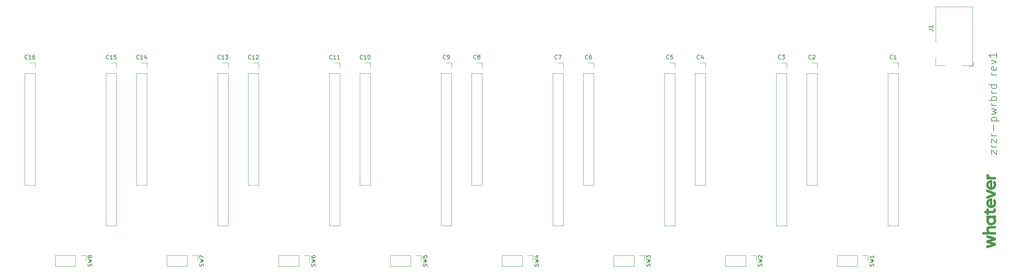
<source format=gto>
G04 #@! TF.GenerationSoftware,KiCad,Pcbnew,(5.1.6-0-10_14)*
G04 #@! TF.CreationDate,2020-09-10T16:37:37+09:00*
G04 #@! TF.ProjectId,zrzr,7a727a72-2e6b-4696-9361-645f70636258,rev?*
G04 #@! TF.SameCoordinates,PX1ab3f00PY7fcad80*
G04 #@! TF.FileFunction,Legend,Top*
G04 #@! TF.FilePolarity,Positive*
%FSLAX46Y46*%
G04 Gerber Fmt 4.6, Leading zero omitted, Abs format (unit mm)*
G04 Created by KiCad (PCBNEW (5.1.6-0-10_14)) date 2020-09-10 16:37:37*
%MOMM*%
%LPD*%
G01*
G04 APERTURE LIST*
%ADD10C,0.150000*%
%ADD11C,0.120000*%
%ADD12C,0.010000*%
%ADD13R,4.200000X3.700000*%
%ADD14C,2.200000*%
%ADD15C,3.400000*%
G04 APERTURE END LIST*
D10*
X250571428Y36238096D02*
X250571428Y37285715D01*
X251904761Y36238096D01*
X251904761Y37285715D01*
X251904761Y38047620D02*
X250571428Y38047620D01*
X250952380Y38047620D02*
X250761904Y38142858D01*
X250666666Y38238096D01*
X250571428Y38428572D01*
X250571428Y38619048D01*
X250571428Y39095239D02*
X250571428Y40142858D01*
X251904761Y39095239D01*
X251904761Y40142858D01*
X251904761Y40904762D02*
X250571428Y40904762D01*
X250952380Y40904762D02*
X250761904Y41000000D01*
X250666666Y41095239D01*
X250571428Y41285715D01*
X250571428Y41476191D01*
X251142857Y42142858D02*
X251142857Y43666667D01*
X250571428Y44619048D02*
X252571428Y44619048D01*
X250666666Y44619048D02*
X250571428Y44809524D01*
X250571428Y45190477D01*
X250666666Y45380953D01*
X250761904Y45476191D01*
X250952380Y45571429D01*
X251523809Y45571429D01*
X251714285Y45476191D01*
X251809523Y45380953D01*
X251904761Y45190477D01*
X251904761Y44809524D01*
X251809523Y44619048D01*
X250571428Y46238096D02*
X251904761Y46619048D01*
X250952380Y47000000D01*
X251904761Y47380953D01*
X250571428Y47761905D01*
X251904761Y48523810D02*
X250571428Y48523810D01*
X250952380Y48523810D02*
X250761904Y48619048D01*
X250666666Y48714286D01*
X250571428Y48904762D01*
X250571428Y49095239D01*
X251904761Y49761905D02*
X249904761Y49761905D01*
X250666666Y49761905D02*
X250571428Y49952381D01*
X250571428Y50333334D01*
X250666666Y50523810D01*
X250761904Y50619048D01*
X250952380Y50714286D01*
X251523809Y50714286D01*
X251714285Y50619048D01*
X251809523Y50523810D01*
X251904761Y50333334D01*
X251904761Y49952381D01*
X251809523Y49761905D01*
X251904761Y51571429D02*
X250571428Y51571429D01*
X250952380Y51571429D02*
X250761904Y51666667D01*
X250666666Y51761905D01*
X250571428Y51952381D01*
X250571428Y52142858D01*
X251904761Y53666667D02*
X249904761Y53666667D01*
X251809523Y53666667D02*
X251904761Y53476191D01*
X251904761Y53095239D01*
X251809523Y52904762D01*
X251714285Y52809524D01*
X251523809Y52714286D01*
X250952380Y52714286D01*
X250761904Y52809524D01*
X250666666Y52904762D01*
X250571428Y53095239D01*
X250571428Y53476191D01*
X250666666Y53666667D01*
X251904761Y56142858D02*
X250571428Y56142858D01*
X250952380Y56142858D02*
X250761904Y56238096D01*
X250666666Y56333334D01*
X250571428Y56523810D01*
X250571428Y56714286D01*
X251809523Y58142858D02*
X251904761Y57952381D01*
X251904761Y57571429D01*
X251809523Y57380953D01*
X251619047Y57285715D01*
X250857142Y57285715D01*
X250666666Y57380953D01*
X250571428Y57571429D01*
X250571428Y57952381D01*
X250666666Y58142858D01*
X250857142Y58238096D01*
X251047619Y58238096D01*
X251238095Y57285715D01*
X250571428Y58904762D02*
X251904761Y59380953D01*
X250571428Y59857143D01*
X251904761Y61666667D02*
X251904761Y60523810D01*
X251904761Y61095239D02*
X249904761Y61095239D01*
X250190476Y60904762D01*
X250380952Y60714286D01*
X250476190Y60523810D01*
D11*
X244990000Y58320000D02*
X246040000Y58320000D01*
X246040000Y59370000D02*
X246040000Y58320000D01*
X236640000Y64420000D02*
X236640000Y73220000D01*
X236640000Y73220000D02*
X245840000Y73220000D01*
X239340000Y58520000D02*
X236640000Y58520000D01*
X236640000Y58520000D02*
X236640000Y60420000D01*
X245840000Y73220000D02*
X245840000Y58520000D01*
X245840000Y58520000D02*
X243240000Y58520000D01*
X112910000Y56530000D02*
X115570000Y56530000D01*
X112910000Y56530000D02*
X112910000Y18370000D01*
X112910000Y18370000D02*
X115570000Y18370000D01*
X115570000Y56530000D02*
X115570000Y18370000D01*
X115570000Y59130000D02*
X115570000Y57800000D01*
X114240000Y59130000D02*
X115570000Y59130000D01*
X224670000Y56530000D02*
X227330000Y56530000D01*
X224670000Y56530000D02*
X224670000Y18370000D01*
X224670000Y18370000D02*
X227330000Y18370000D01*
X227330000Y56530000D02*
X227330000Y18370000D01*
X227330000Y59130000D02*
X227330000Y57800000D01*
X226000000Y59130000D02*
X227330000Y59130000D01*
X196730000Y56530000D02*
X199390000Y56530000D01*
X196730000Y56530000D02*
X196730000Y18370000D01*
X196730000Y18370000D02*
X199390000Y18370000D01*
X199390000Y56530000D02*
X199390000Y18370000D01*
X199390000Y59130000D02*
X199390000Y57800000D01*
X198060000Y59130000D02*
X199390000Y59130000D01*
X168790000Y56530000D02*
X171450000Y56530000D01*
X168790000Y56530000D02*
X168790000Y18370000D01*
X168790000Y18370000D02*
X171450000Y18370000D01*
X171450000Y56530000D02*
X171450000Y18370000D01*
X171450000Y59130000D02*
X171450000Y57800000D01*
X170120000Y59130000D02*
X171450000Y59130000D01*
X140850000Y56530000D02*
X143510000Y56530000D01*
X140850000Y56530000D02*
X140850000Y18370000D01*
X140850000Y18370000D02*
X143510000Y18370000D01*
X143510000Y56530000D02*
X143510000Y18370000D01*
X143510000Y59130000D02*
X143510000Y57800000D01*
X142180000Y59130000D02*
X143510000Y59130000D01*
X84970000Y56530000D02*
X87630000Y56530000D01*
X84970000Y56530000D02*
X84970000Y18370000D01*
X84970000Y18370000D02*
X87630000Y18370000D01*
X87630000Y56530000D02*
X87630000Y18370000D01*
X87630000Y59130000D02*
X87630000Y57800000D01*
X86300000Y59130000D02*
X87630000Y59130000D01*
X57030000Y56530000D02*
X59690000Y56530000D01*
X57030000Y56530000D02*
X57030000Y18370000D01*
X57030000Y18370000D02*
X59690000Y18370000D01*
X59690000Y56530000D02*
X59690000Y18370000D01*
X59690000Y59130000D02*
X59690000Y57800000D01*
X58360000Y59130000D02*
X59690000Y59130000D01*
X29090000Y56530000D02*
X31750000Y56530000D01*
X29090000Y56530000D02*
X29090000Y18370000D01*
X29090000Y18370000D02*
X31750000Y18370000D01*
X31750000Y56530000D02*
X31750000Y18370000D01*
X31750000Y59130000D02*
X31750000Y57800000D01*
X30420000Y59130000D02*
X31750000Y59130000D01*
D12*
G36*
X249297020Y19769230D02*
G01*
X249308105Y19898771D01*
X249328592Y20010746D01*
X249361614Y20117712D01*
X249410305Y20232229D01*
X249415073Y20242307D01*
X249475505Y20369230D01*
X249353846Y20369230D01*
X249353846Y20907692D01*
X251615384Y20907692D01*
X251615384Y20369230D01*
X251552564Y20369230D01*
X251515145Y20366767D01*
X251496196Y20360585D01*
X251495670Y20357692D01*
X251544771Y20257357D01*
X251587607Y20160694D01*
X251620719Y20075858D01*
X251637588Y20023076D01*
X251655095Y19933579D01*
X251666094Y19824834D01*
X251670274Y19707730D01*
X251667324Y19593160D01*
X251656932Y19492012D01*
X251653361Y19471286D01*
X251605042Y19295927D01*
X251529717Y19130248D01*
X251430152Y18977981D01*
X251309110Y18842856D01*
X251169356Y18728603D01*
X251049569Y18656597D01*
X250873401Y18580128D01*
X250697577Y18533348D01*
X250518053Y18515491D01*
X250455999Y18518504D01*
X250455999Y19049000D01*
X250593748Y19055831D01*
X250721959Y19087385D01*
X250838292Y19141160D01*
X250940405Y19214656D01*
X251025959Y19305373D01*
X251092613Y19410808D01*
X251138026Y19528462D01*
X251159857Y19655834D01*
X251155766Y19790422D01*
X251123412Y19929726D01*
X251121512Y19935315D01*
X251085500Y20023931D01*
X251041432Y20096141D01*
X250980903Y20164826D01*
X250956141Y20188672D01*
X250865862Y20261128D01*
X250769065Y20312534D01*
X250666467Y20346227D01*
X250522914Y20368767D01*
X250381142Y20362635D01*
X250245312Y20328990D01*
X250119586Y20268991D01*
X250008124Y20183795D01*
X249979442Y20154948D01*
X249897807Y20046422D01*
X249841873Y19925963D01*
X249811513Y19798074D01*
X249806601Y19667259D01*
X249827013Y19538021D01*
X249872622Y19414864D01*
X249943303Y19302292D01*
X250005137Y19234546D01*
X250092275Y19162128D01*
X250181018Y19111601D01*
X250284014Y19076137D01*
X250311054Y19069392D01*
X250455999Y19049000D01*
X250455999Y18518504D01*
X250347835Y18523757D01*
X250160893Y18558383D01*
X249990084Y18618702D01*
X249832891Y18705937D01*
X249686796Y18821308D01*
X249638461Y18867911D01*
X249512322Y19014363D01*
X249415409Y19169744D01*
X249347221Y19335372D01*
X249307257Y19512569D01*
X249295018Y19702656D01*
X249297020Y19769230D01*
G37*
X249297020Y19769230D02*
X249308105Y19898771D01*
X249328592Y20010746D01*
X249361614Y20117712D01*
X249410305Y20232229D01*
X249415073Y20242307D01*
X249475505Y20369230D01*
X249353846Y20369230D01*
X249353846Y20907692D01*
X251615384Y20907692D01*
X251615384Y20369230D01*
X251552564Y20369230D01*
X251515145Y20366767D01*
X251496196Y20360585D01*
X251495670Y20357692D01*
X251544771Y20257357D01*
X251587607Y20160694D01*
X251620719Y20075858D01*
X251637588Y20023076D01*
X251655095Y19933579D01*
X251666094Y19824834D01*
X251670274Y19707730D01*
X251667324Y19593160D01*
X251656932Y19492012D01*
X251653361Y19471286D01*
X251605042Y19295927D01*
X251529717Y19130248D01*
X251430152Y18977981D01*
X251309110Y18842856D01*
X251169356Y18728603D01*
X251049569Y18656597D01*
X250873401Y18580128D01*
X250697577Y18533348D01*
X250518053Y18515491D01*
X250455999Y18518504D01*
X250455999Y19049000D01*
X250593748Y19055831D01*
X250721959Y19087385D01*
X250838292Y19141160D01*
X250940405Y19214656D01*
X251025959Y19305373D01*
X251092613Y19410808D01*
X251138026Y19528462D01*
X251159857Y19655834D01*
X251155766Y19790422D01*
X251123412Y19929726D01*
X251121512Y19935315D01*
X251085500Y20023931D01*
X251041432Y20096141D01*
X250980903Y20164826D01*
X250956141Y20188672D01*
X250865862Y20261128D01*
X250769065Y20312534D01*
X250666467Y20346227D01*
X250522914Y20368767D01*
X250381142Y20362635D01*
X250245312Y20328990D01*
X250119586Y20268991D01*
X250008124Y20183795D01*
X249979442Y20154948D01*
X249897807Y20046422D01*
X249841873Y19925963D01*
X249811513Y19798074D01*
X249806601Y19667259D01*
X249827013Y19538021D01*
X249872622Y19414864D01*
X249943303Y19302292D01*
X250005137Y19234546D01*
X250092275Y19162128D01*
X250181018Y19111601D01*
X250284014Y19076137D01*
X250311054Y19069392D01*
X250455999Y19049000D01*
X250455999Y18518504D01*
X250347835Y18523757D01*
X250160893Y18558383D01*
X249990084Y18618702D01*
X249832891Y18705937D01*
X249686796Y18821308D01*
X249638461Y18867911D01*
X249512322Y19014363D01*
X249415409Y19169744D01*
X249347221Y19335372D01*
X249307257Y19512569D01*
X249295018Y19702656D01*
X249297020Y19769230D01*
G36*
X249296350Y24112003D02*
G01*
X249318260Y24291393D01*
X249364872Y24454852D01*
X249437784Y24605902D01*
X249538591Y24748065D01*
X249629219Y24846778D01*
X249697208Y24911776D01*
X249755535Y24960389D01*
X249814196Y24999902D01*
X249883183Y25037603D01*
X249907692Y25049798D01*
X249980605Y25083496D01*
X250055095Y25114544D01*
X250119773Y25138327D01*
X250146154Y25146402D01*
X250198668Y25156980D01*
X250270145Y25166496D01*
X250352828Y25174456D01*
X250438958Y25180366D01*
X250520778Y25183732D01*
X250590529Y25184059D01*
X250640454Y25180854D01*
X250652432Y25178652D01*
X250692307Y25168644D01*
X250692307Y24292014D01*
X250692414Y24101163D01*
X250692767Y23938950D01*
X250693416Y23803245D01*
X250694411Y23691918D01*
X250695804Y23602839D01*
X250697642Y23533878D01*
X250699978Y23482903D01*
X250702861Y23447786D01*
X250706341Y23426395D01*
X250710467Y23416601D01*
X250712927Y23415384D01*
X250750802Y23424744D01*
X250803858Y23449604D01*
X250864176Y23485133D01*
X250923842Y23526502D01*
X250974940Y23568879D01*
X250991552Y23585398D01*
X251065245Y23684408D01*
X251119347Y23799400D01*
X251153836Y23925068D01*
X251168691Y24056105D01*
X251163891Y24187207D01*
X251139415Y24313066D01*
X251095242Y24428377D01*
X251031351Y24527833D01*
X250995422Y24566714D01*
X250941944Y24618045D01*
X251065374Y24828253D01*
X251108172Y24900765D01*
X251145916Y24964013D01*
X251175697Y25013176D01*
X251194606Y25043433D01*
X251199491Y25050473D01*
X251217353Y25049259D01*
X251250440Y25029274D01*
X251293709Y24994896D01*
X251342115Y24950504D01*
X251390617Y24900478D01*
X251434171Y24849196D01*
X251439991Y24841634D01*
X251514710Y24727662D01*
X251579226Y24599673D01*
X251627102Y24471051D01*
X251638781Y24428179D01*
X251653500Y24345556D01*
X251663800Y24243179D01*
X251669403Y24131042D01*
X251670030Y24019139D01*
X251665405Y23917465D01*
X251655250Y23836024D01*
X251604110Y23640624D01*
X251529547Y23464048D01*
X251432480Y23307319D01*
X251313822Y23171455D01*
X251174492Y23057478D01*
X251015403Y22966409D01*
X250837473Y22899267D01*
X250806799Y22890674D01*
X250693156Y22868944D01*
X250561863Y22857770D01*
X250424173Y22857150D01*
X250291337Y22867080D01*
X250262292Y22872174D01*
X250262292Y23415384D01*
X250266250Y23430571D01*
X250269419Y23475356D01*
X250271777Y23548580D01*
X250273304Y23649083D01*
X250273979Y23775703D01*
X250273781Y23927281D01*
X250273253Y24026923D01*
X250272210Y24180016D01*
X250271183Y24305133D01*
X250270013Y24405067D01*
X250268539Y24482612D01*
X250266602Y24540560D01*
X250264040Y24581704D01*
X250260695Y24608838D01*
X250256404Y24624753D01*
X250251010Y24632244D01*
X250244350Y24634104D01*
X250238461Y24633487D01*
X250177763Y24615026D01*
X250106022Y24580210D01*
X250033583Y24534806D01*
X249970788Y24484581D01*
X249969909Y24483761D01*
X249890033Y24388933D01*
X249833375Y24278911D01*
X249799828Y24158572D01*
X249789287Y24032791D01*
X249801646Y23906445D01*
X249836801Y23784410D01*
X249894646Y23671562D01*
X249975074Y23572777D01*
X249989922Y23558702D01*
X250045562Y23514719D01*
X250110308Y23473889D01*
X250175423Y23440812D01*
X250232170Y23420084D01*
X250262292Y23415384D01*
X250262292Y22872174D01*
X250174606Y22887555D01*
X250161538Y22890901D01*
X249976543Y22954503D01*
X249811766Y23040769D01*
X249667934Y23149056D01*
X249545774Y23278725D01*
X249446013Y23429134D01*
X249374887Y23584615D01*
X249324245Y23751350D01*
X249298329Y23918686D01*
X249295608Y24096892D01*
X249296350Y24112003D01*
G37*
X249296350Y24112003D02*
X249318260Y24291393D01*
X249364872Y24454852D01*
X249437784Y24605902D01*
X249538591Y24748065D01*
X249629219Y24846778D01*
X249697208Y24911776D01*
X249755535Y24960389D01*
X249814196Y24999902D01*
X249883183Y25037603D01*
X249907692Y25049798D01*
X249980605Y25083496D01*
X250055095Y25114544D01*
X250119773Y25138327D01*
X250146154Y25146402D01*
X250198668Y25156980D01*
X250270145Y25166496D01*
X250352828Y25174456D01*
X250438958Y25180366D01*
X250520778Y25183732D01*
X250590529Y25184059D01*
X250640454Y25180854D01*
X250652432Y25178652D01*
X250692307Y25168644D01*
X250692307Y24292014D01*
X250692414Y24101163D01*
X250692767Y23938950D01*
X250693416Y23803245D01*
X250694411Y23691918D01*
X250695804Y23602839D01*
X250697642Y23533878D01*
X250699978Y23482903D01*
X250702861Y23447786D01*
X250706341Y23426395D01*
X250710467Y23416601D01*
X250712927Y23415384D01*
X250750802Y23424744D01*
X250803858Y23449604D01*
X250864176Y23485133D01*
X250923842Y23526502D01*
X250974940Y23568879D01*
X250991552Y23585398D01*
X251065245Y23684408D01*
X251119347Y23799400D01*
X251153836Y23925068D01*
X251168691Y24056105D01*
X251163891Y24187207D01*
X251139415Y24313066D01*
X251095242Y24428377D01*
X251031351Y24527833D01*
X250995422Y24566714D01*
X250941944Y24618045D01*
X251065374Y24828253D01*
X251108172Y24900765D01*
X251145916Y24964013D01*
X251175697Y25013176D01*
X251194606Y25043433D01*
X251199491Y25050473D01*
X251217353Y25049259D01*
X251250440Y25029274D01*
X251293709Y24994896D01*
X251342115Y24950504D01*
X251390617Y24900478D01*
X251434171Y24849196D01*
X251439991Y24841634D01*
X251514710Y24727662D01*
X251579226Y24599673D01*
X251627102Y24471051D01*
X251638781Y24428179D01*
X251653500Y24345556D01*
X251663800Y24243179D01*
X251669403Y24131042D01*
X251670030Y24019139D01*
X251665405Y23917465D01*
X251655250Y23836024D01*
X251604110Y23640624D01*
X251529547Y23464048D01*
X251432480Y23307319D01*
X251313822Y23171455D01*
X251174492Y23057478D01*
X251015403Y22966409D01*
X250837473Y22899267D01*
X250806799Y22890674D01*
X250693156Y22868944D01*
X250561863Y22857770D01*
X250424173Y22857150D01*
X250291337Y22867080D01*
X250262292Y22872174D01*
X250262292Y23415384D01*
X250266250Y23430571D01*
X250269419Y23475356D01*
X250271777Y23548580D01*
X250273304Y23649083D01*
X250273979Y23775703D01*
X250273781Y23927281D01*
X250273253Y24026923D01*
X250272210Y24180016D01*
X250271183Y24305133D01*
X250270013Y24405067D01*
X250268539Y24482612D01*
X250266602Y24540560D01*
X250264040Y24581704D01*
X250260695Y24608838D01*
X250256404Y24624753D01*
X250251010Y24632244D01*
X250244350Y24634104D01*
X250238461Y24633487D01*
X250177763Y24615026D01*
X250106022Y24580210D01*
X250033583Y24534806D01*
X249970788Y24484581D01*
X249969909Y24483761D01*
X249890033Y24388933D01*
X249833375Y24278911D01*
X249799828Y24158572D01*
X249789287Y24032791D01*
X249801646Y23906445D01*
X249836801Y23784410D01*
X249894646Y23671562D01*
X249975074Y23572777D01*
X249989922Y23558702D01*
X250045562Y23514719D01*
X250110308Y23473889D01*
X250175423Y23440812D01*
X250232170Y23420084D01*
X250262292Y23415384D01*
X250262292Y22872174D01*
X250174606Y22887555D01*
X250161538Y22890901D01*
X249976543Y22954503D01*
X249811766Y23040769D01*
X249667934Y23149056D01*
X249545774Y23278725D01*
X249446013Y23429134D01*
X249374887Y23584615D01*
X249324245Y23751350D01*
X249298329Y23918686D01*
X249295608Y24096892D01*
X249296350Y24112003D01*
G36*
X249300174Y28710412D02*
G01*
X249308706Y28820216D01*
X249324508Y28910847D01*
X249327036Y28920481D01*
X249389731Y29091692D01*
X249478519Y29249053D01*
X249590859Y29389972D01*
X249724209Y29511859D01*
X249876027Y29612124D01*
X250043772Y29688175D01*
X250097944Y29706226D01*
X250210342Y29733597D01*
X250336045Y29752709D01*
X250461745Y29762105D01*
X250574131Y29760330D01*
X250584407Y29759455D01*
X250692307Y29749427D01*
X250692307Y27982541D01*
X250726923Y27993263D01*
X250848644Y28046348D01*
X250953454Y28123550D01*
X251039588Y28222204D01*
X251105282Y28339646D01*
X251148773Y28473210D01*
X251168297Y28620232D01*
X251169231Y28661538D01*
X251159642Y28785417D01*
X251132519Y28904818D01*
X251090327Y29013145D01*
X251035528Y29103802D01*
X250982890Y29160350D01*
X250942704Y29194443D01*
X251071845Y29412606D01*
X251115806Y29485473D01*
X251155112Y29548010D01*
X251186865Y29595810D01*
X251208167Y29624463D01*
X251215315Y29630769D01*
X251232274Y29620885D01*
X251265444Y29594462D01*
X251308909Y29556338D01*
X251329558Y29537303D01*
X251448232Y29405553D01*
X251542236Y29255474D01*
X251611467Y29087267D01*
X251653328Y28915884D01*
X251665128Y28826451D01*
X251672365Y28725849D01*
X251674672Y28625489D01*
X251671681Y28536782D01*
X251666956Y28492307D01*
X251631248Y28309503D01*
X251581489Y28150063D01*
X251515335Y28008896D01*
X251430440Y27880911D01*
X251335079Y27771767D01*
X251196137Y27650648D01*
X251041380Y27555679D01*
X250870054Y27486456D01*
X250739472Y27453023D01*
X250621692Y27437350D01*
X250487929Y27432769D01*
X250349941Y27438829D01*
X250249531Y27451336D01*
X250249531Y27993274D01*
X250264722Y27994275D01*
X250267405Y28010811D01*
X250269883Y28054782D01*
X250272092Y28122854D01*
X250273963Y28211691D01*
X250275433Y28317961D01*
X250276433Y28438329D01*
X250276898Y28569461D01*
X250276923Y28608600D01*
X250276851Y28761430D01*
X250276555Y28886298D01*
X250275907Y28986009D01*
X250274786Y29063370D01*
X250273065Y29121188D01*
X250270620Y29162268D01*
X250267327Y29189418D01*
X250263061Y29205443D01*
X250257698Y29213149D01*
X250251113Y29215345D01*
X250250000Y29215372D01*
X250213477Y29207055D01*
X250160488Y29185076D01*
X250099461Y29153856D01*
X250038824Y29117818D01*
X249987005Y29081382D01*
X249973723Y29070415D01*
X249905498Y28992874D01*
X249850627Y28894153D01*
X249811763Y28781919D01*
X249791564Y28663841D01*
X249792683Y28547588D01*
X249792685Y28547571D01*
X249821966Y28401564D01*
X249874758Y28275218D01*
X249950975Y28168707D01*
X250010553Y28112216D01*
X250053241Y28082121D01*
X250106120Y28051636D01*
X250161552Y28024304D01*
X250211902Y28003669D01*
X250249531Y27993274D01*
X250249531Y27451336D01*
X250219487Y27455079D01*
X250123077Y27476634D01*
X249948889Y27542215D01*
X249790237Y27633299D01*
X249649339Y27747651D01*
X249528416Y27883034D01*
X249429687Y28037213D01*
X249355374Y28207951D01*
X249336105Y28269230D01*
X249316878Y28360846D01*
X249304392Y28471240D01*
X249298780Y28590924D01*
X249300174Y28710412D01*
G37*
X249300174Y28710412D02*
X249308706Y28820216D01*
X249324508Y28910847D01*
X249327036Y28920481D01*
X249389731Y29091692D01*
X249478519Y29249053D01*
X249590859Y29389972D01*
X249724209Y29511859D01*
X249876027Y29612124D01*
X250043772Y29688175D01*
X250097944Y29706226D01*
X250210342Y29733597D01*
X250336045Y29752709D01*
X250461745Y29762105D01*
X250574131Y29760330D01*
X250584407Y29759455D01*
X250692307Y29749427D01*
X250692307Y27982541D01*
X250726923Y27993263D01*
X250848644Y28046348D01*
X250953454Y28123550D01*
X251039588Y28222204D01*
X251105282Y28339646D01*
X251148773Y28473210D01*
X251168297Y28620232D01*
X251169231Y28661538D01*
X251159642Y28785417D01*
X251132519Y28904818D01*
X251090327Y29013145D01*
X251035528Y29103802D01*
X250982890Y29160350D01*
X250942704Y29194443D01*
X251071845Y29412606D01*
X251115806Y29485473D01*
X251155112Y29548010D01*
X251186865Y29595810D01*
X251208167Y29624463D01*
X251215315Y29630769D01*
X251232274Y29620885D01*
X251265444Y29594462D01*
X251308909Y29556338D01*
X251329558Y29537303D01*
X251448232Y29405553D01*
X251542236Y29255474D01*
X251611467Y29087267D01*
X251653328Y28915884D01*
X251665128Y28826451D01*
X251672365Y28725849D01*
X251674672Y28625489D01*
X251671681Y28536782D01*
X251666956Y28492307D01*
X251631248Y28309503D01*
X251581489Y28150063D01*
X251515335Y28008896D01*
X251430440Y27880911D01*
X251335079Y27771767D01*
X251196137Y27650648D01*
X251041380Y27555679D01*
X250870054Y27486456D01*
X250739472Y27453023D01*
X250621692Y27437350D01*
X250487929Y27432769D01*
X250349941Y27438829D01*
X250249531Y27451336D01*
X250249531Y27993274D01*
X250264722Y27994275D01*
X250267405Y28010811D01*
X250269883Y28054782D01*
X250272092Y28122854D01*
X250273963Y28211691D01*
X250275433Y28317961D01*
X250276433Y28438329D01*
X250276898Y28569461D01*
X250276923Y28608600D01*
X250276851Y28761430D01*
X250276555Y28886298D01*
X250275907Y28986009D01*
X250274786Y29063370D01*
X250273065Y29121188D01*
X250270620Y29162268D01*
X250267327Y29189418D01*
X250263061Y29205443D01*
X250257698Y29213149D01*
X250251113Y29215345D01*
X250250000Y29215372D01*
X250213477Y29207055D01*
X250160488Y29185076D01*
X250099461Y29153856D01*
X250038824Y29117818D01*
X249987005Y29081382D01*
X249973723Y29070415D01*
X249905498Y28992874D01*
X249850627Y28894153D01*
X249811763Y28781919D01*
X249791564Y28663841D01*
X249792683Y28547588D01*
X249792685Y28547571D01*
X249821966Y28401564D01*
X249874758Y28275218D01*
X249950975Y28168707D01*
X250010553Y28112216D01*
X250053241Y28082121D01*
X250106120Y28051636D01*
X250161552Y28024304D01*
X250211902Y28003669D01*
X250249531Y27993274D01*
X250249531Y27451336D01*
X250219487Y27455079D01*
X250123077Y27476634D01*
X249948889Y27542215D01*
X249790237Y27633299D01*
X249649339Y27747651D01*
X249528416Y27883034D01*
X249429687Y28037213D01*
X249355374Y28207951D01*
X249336105Y28269230D01*
X249316878Y28360846D01*
X249304392Y28471240D01*
X249298780Y28590924D01*
X249300174Y28710412D01*
G36*
X250030629Y14852467D02*
G01*
X250168550Y14893153D01*
X250296670Y14931408D01*
X250412115Y14966340D01*
X250512014Y14997059D01*
X250593495Y15022674D01*
X250653684Y15042294D01*
X250689710Y15055027D01*
X250699150Y15059824D01*
X250682975Y15065658D01*
X250640173Y15078865D01*
X250573760Y15098573D01*
X250486751Y15123908D01*
X250382162Y15153996D01*
X250263009Y15187963D01*
X250132308Y15224936D01*
X250025976Y15254825D01*
X249361538Y15441091D01*
X249357353Y15728237D01*
X249356642Y15818416D01*
X249357175Y15897009D01*
X249358826Y15959247D01*
X249361466Y16000360D01*
X249364967Y16015577D01*
X249365045Y16015585D01*
X249381279Y16011134D01*
X249424592Y15998188D01*
X249492700Y15977453D01*
X249583320Y15949634D01*
X249694170Y15915436D01*
X249822966Y15875566D01*
X249967425Y15830729D01*
X250125265Y15781632D01*
X250294203Y15728979D01*
X250471955Y15673477D01*
X250496154Y15665914D01*
X251615384Y15316042D01*
X251615384Y14820752D01*
X250942307Y14615527D01*
X250804161Y14573263D01*
X250675035Y14533483D01*
X250557917Y14497129D01*
X250455794Y14465138D01*
X250371653Y14438453D01*
X250308480Y14418012D01*
X250269262Y14404756D01*
X250257018Y14399862D01*
X250268377Y14393175D01*
X250306053Y14378689D01*
X250366892Y14357452D01*
X250447742Y14330512D01*
X250545449Y14298921D01*
X250656861Y14263726D01*
X250778826Y14225976D01*
X250787787Y14223232D01*
X250918457Y14183213D01*
X251045894Y14144139D01*
X251165622Y14107384D01*
X251273163Y14074325D01*
X251364039Y14046339D01*
X251433773Y14024802D01*
X251473077Y14012594D01*
X251615384Y13968146D01*
X251615384Y13722051D01*
X251614700Y13622510D01*
X251612488Y13550554D01*
X251608508Y13503024D01*
X251602520Y13476764D01*
X251596154Y13468959D01*
X251579812Y13463740D01*
X251536886Y13450211D01*
X251470161Y13429242D01*
X251382420Y13401704D01*
X251276447Y13368470D01*
X251155026Y13330410D01*
X251020940Y13288397D01*
X250876974Y13243300D01*
X250725910Y13195993D01*
X250570533Y13147346D01*
X250413627Y13098231D01*
X250257975Y13049519D01*
X250106360Y13002082D01*
X249961568Y12956790D01*
X249826381Y12914517D01*
X249703583Y12876132D01*
X249595958Y12842507D01*
X249506290Y12814515D01*
X249437362Y12793025D01*
X249391959Y12778910D01*
X249380769Y12775451D01*
X249371371Y12774521D01*
X249364448Y12780975D01*
X249359625Y12798734D01*
X249356529Y12831717D01*
X249354783Y12883845D01*
X249354014Y12959038D01*
X249353846Y13057128D01*
X249353846Y13347099D01*
X249673077Y13436521D01*
X249875866Y13493359D01*
X250050938Y13542513D01*
X250200217Y13584541D01*
X250325631Y13620006D01*
X250429106Y13649465D01*
X250512567Y13673479D01*
X250577941Y13692609D01*
X250627154Y13707413D01*
X250662132Y13718453D01*
X250684802Y13726287D01*
X250697088Y13731476D01*
X250700919Y13734579D01*
X250700663Y13735233D01*
X250684714Y13741080D01*
X250642224Y13754655D01*
X250576184Y13775053D01*
X250489585Y13801370D01*
X250385420Y13832699D01*
X250266680Y13868137D01*
X250136356Y13906778D01*
X250027133Y13938988D01*
X249361538Y14134807D01*
X249357456Y14394326D01*
X249353373Y14653846D01*
X250030629Y14852467D01*
G37*
X250030629Y14852467D02*
X250168550Y14893153D01*
X250296670Y14931408D01*
X250412115Y14966340D01*
X250512014Y14997059D01*
X250593495Y15022674D01*
X250653684Y15042294D01*
X250689710Y15055027D01*
X250699150Y15059824D01*
X250682975Y15065658D01*
X250640173Y15078865D01*
X250573760Y15098573D01*
X250486751Y15123908D01*
X250382162Y15153996D01*
X250263009Y15187963D01*
X250132308Y15224936D01*
X250025976Y15254825D01*
X249361538Y15441091D01*
X249357353Y15728237D01*
X249356642Y15818416D01*
X249357175Y15897009D01*
X249358826Y15959247D01*
X249361466Y16000360D01*
X249364967Y16015577D01*
X249365045Y16015585D01*
X249381279Y16011134D01*
X249424592Y15998188D01*
X249492700Y15977453D01*
X249583320Y15949634D01*
X249694170Y15915436D01*
X249822966Y15875566D01*
X249967425Y15830729D01*
X250125265Y15781632D01*
X250294203Y15728979D01*
X250471955Y15673477D01*
X250496154Y15665914D01*
X251615384Y15316042D01*
X251615384Y14820752D01*
X250942307Y14615527D01*
X250804161Y14573263D01*
X250675035Y14533483D01*
X250557917Y14497129D01*
X250455794Y14465138D01*
X250371653Y14438453D01*
X250308480Y14418012D01*
X250269262Y14404756D01*
X250257018Y14399862D01*
X250268377Y14393175D01*
X250306053Y14378689D01*
X250366892Y14357452D01*
X250447742Y14330512D01*
X250545449Y14298921D01*
X250656861Y14263726D01*
X250778826Y14225976D01*
X250787787Y14223232D01*
X250918457Y14183213D01*
X251045894Y14144139D01*
X251165622Y14107384D01*
X251273163Y14074325D01*
X251364039Y14046339D01*
X251433773Y14024802D01*
X251473077Y14012594D01*
X251615384Y13968146D01*
X251615384Y13722051D01*
X251614700Y13622510D01*
X251612488Y13550554D01*
X251608508Y13503024D01*
X251602520Y13476764D01*
X251596154Y13468959D01*
X251579812Y13463740D01*
X251536886Y13450211D01*
X251470161Y13429242D01*
X251382420Y13401704D01*
X251276447Y13368470D01*
X251155026Y13330410D01*
X251020940Y13288397D01*
X250876974Y13243300D01*
X250725910Y13195993D01*
X250570533Y13147346D01*
X250413627Y13098231D01*
X250257975Y13049519D01*
X250106360Y13002082D01*
X249961568Y12956790D01*
X249826381Y12914517D01*
X249703583Y12876132D01*
X249595958Y12842507D01*
X249506290Y12814515D01*
X249437362Y12793025D01*
X249391959Y12778910D01*
X249380769Y12775451D01*
X249371371Y12774521D01*
X249364448Y12780975D01*
X249359625Y12798734D01*
X249356529Y12831717D01*
X249354783Y12883845D01*
X249354014Y12959038D01*
X249353846Y13057128D01*
X249353846Y13347099D01*
X249673077Y13436521D01*
X249875866Y13493359D01*
X250050938Y13542513D01*
X250200217Y13584541D01*
X250325631Y13620006D01*
X250429106Y13649465D01*
X250512567Y13673479D01*
X250577941Y13692609D01*
X250627154Y13707413D01*
X250662132Y13718453D01*
X250684802Y13726287D01*
X250697088Y13731476D01*
X250700919Y13734579D01*
X250700663Y13735233D01*
X250684714Y13741080D01*
X250642224Y13754655D01*
X250576184Y13775053D01*
X250489585Y13801370D01*
X250385420Y13832699D01*
X250266680Y13868137D01*
X250136356Y13906778D01*
X250027133Y13938988D01*
X249361538Y14134807D01*
X249357456Y14394326D01*
X249353373Y14653846D01*
X250030629Y14852467D01*
G36*
X249523025Y16769230D02*
G01*
X249469394Y16843882D01*
X249383458Y16989185D01*
X249325682Y17145442D01*
X249296581Y17310095D01*
X249296669Y17480585D01*
X249315552Y17607692D01*
X249360667Y17756031D01*
X249430780Y17887677D01*
X249527981Y18006481D01*
X249537242Y18015795D01*
X249643908Y18107421D01*
X249761117Y18178854D01*
X249897134Y18234879D01*
X249938571Y18248111D01*
X249965319Y18255953D01*
X249991282Y18262550D01*
X250019339Y18268032D01*
X250052365Y18272528D01*
X250093237Y18276169D01*
X250144832Y18279083D01*
X250210027Y18281402D01*
X250291699Y18283255D01*
X250392723Y18284772D01*
X250515978Y18286082D01*
X250664339Y18287315D01*
X250834615Y18288559D01*
X251615384Y18294103D01*
X251615384Y17771136D01*
X250158364Y17761538D01*
X250053149Y17707692D01*
X249959257Y17647138D01*
X249889969Y17572197D01*
X249841364Y17477906D01*
X249821648Y17414524D01*
X249804752Y17291329D01*
X249816217Y17172282D01*
X249854033Y17061431D01*
X249916192Y16962824D01*
X250000682Y16880507D01*
X250105495Y16818527D01*
X250120814Y16812051D01*
X250141945Y16803788D01*
X250162764Y16796911D01*
X250186230Y16791273D01*
X250215300Y16786725D01*
X250252933Y16783118D01*
X250302089Y16780304D01*
X250365725Y16778134D01*
X250446801Y16776460D01*
X250548275Y16775133D01*
X250673107Y16774005D01*
X250824254Y16772927D01*
X250911538Y16772354D01*
X251615384Y16767786D01*
X251615384Y16230769D01*
X248353846Y16230769D01*
X248353846Y16769230D01*
X249523025Y16769230D01*
G37*
X249523025Y16769230D02*
X249469394Y16843882D01*
X249383458Y16989185D01*
X249325682Y17145442D01*
X249296581Y17310095D01*
X249296669Y17480585D01*
X249315552Y17607692D01*
X249360667Y17756031D01*
X249430780Y17887677D01*
X249527981Y18006481D01*
X249537242Y18015795D01*
X249643908Y18107421D01*
X249761117Y18178854D01*
X249897134Y18234879D01*
X249938571Y18248111D01*
X249965319Y18255953D01*
X249991282Y18262550D01*
X250019339Y18268032D01*
X250052365Y18272528D01*
X250093237Y18276169D01*
X250144832Y18279083D01*
X250210027Y18281402D01*
X250291699Y18283255D01*
X250392723Y18284772D01*
X250515978Y18286082D01*
X250664339Y18287315D01*
X250834615Y18288559D01*
X251615384Y18294103D01*
X251615384Y17771136D01*
X250158364Y17761538D01*
X250053149Y17707692D01*
X249959257Y17647138D01*
X249889969Y17572197D01*
X249841364Y17477906D01*
X249821648Y17414524D01*
X249804752Y17291329D01*
X249816217Y17172282D01*
X249854033Y17061431D01*
X249916192Y16962824D01*
X250000682Y16880507D01*
X250105495Y16818527D01*
X250120814Y16812051D01*
X250141945Y16803788D01*
X250162764Y16796911D01*
X250186230Y16791273D01*
X250215300Y16786725D01*
X250252933Y16783118D01*
X250302089Y16780304D01*
X250365725Y16778134D01*
X250446801Y16776460D01*
X250548275Y16775133D01*
X250673107Y16774005D01*
X250824254Y16772927D01*
X250911538Y16772354D01*
X251615384Y16767786D01*
X251615384Y16230769D01*
X248353846Y16230769D01*
X248353846Y16769230D01*
X249523025Y16769230D01*
G36*
X249353846Y22092307D02*
G01*
X249353846Y22646153D01*
X249860828Y22646153D01*
X249865029Y22373076D01*
X249869231Y22100000D01*
X250376923Y22095598D01*
X250541008Y22094667D01*
X250675833Y22095007D01*
X250782882Y22096651D01*
X250863639Y22099636D01*
X250919589Y22103998D01*
X250950412Y22109251D01*
X251018245Y22141008D01*
X251068648Y22194907D01*
X251102079Y22272028D01*
X251118991Y22373450D01*
X251119842Y22500256D01*
X251119335Y22509711D01*
X251111555Y22646153D01*
X251595974Y22646153D01*
X251605510Y22588461D01*
X251611143Y22532340D01*
X251614016Y22455143D01*
X251614335Y22365076D01*
X251612306Y22270347D01*
X251608134Y22179165D01*
X251602027Y22099737D01*
X251594189Y22040270D01*
X251591418Y22027078D01*
X251547041Y21896925D01*
X251481804Y21789111D01*
X251394455Y21702268D01*
X251283743Y21635024D01*
X251203692Y21602872D01*
X251180522Y21596466D01*
X251149942Y21591059D01*
X251108991Y21586515D01*
X251054706Y21582692D01*
X250984125Y21579453D01*
X250894286Y21576658D01*
X250782226Y21574167D01*
X250644983Y21571842D01*
X250500000Y21569809D01*
X249869231Y21561538D01*
X249860645Y21153846D01*
X249353846Y21153846D01*
X249353846Y21569230D01*
X248800000Y21569230D01*
X248800000Y22092307D01*
X249353846Y22092307D01*
G37*
X249353846Y22092307D02*
X249353846Y22646153D01*
X249860828Y22646153D01*
X249865029Y22373076D01*
X249869231Y22100000D01*
X250376923Y22095598D01*
X250541008Y22094667D01*
X250675833Y22095007D01*
X250782882Y22096651D01*
X250863639Y22099636D01*
X250919589Y22103998D01*
X250950412Y22109251D01*
X251018245Y22141008D01*
X251068648Y22194907D01*
X251102079Y22272028D01*
X251118991Y22373450D01*
X251119842Y22500256D01*
X251119335Y22509711D01*
X251111555Y22646153D01*
X251595974Y22646153D01*
X251605510Y22588461D01*
X251611143Y22532340D01*
X251614016Y22455143D01*
X251614335Y22365076D01*
X251612306Y22270347D01*
X251608134Y22179165D01*
X251602027Y22099737D01*
X251594189Y22040270D01*
X251591418Y22027078D01*
X251547041Y21896925D01*
X251481804Y21789111D01*
X251394455Y21702268D01*
X251283743Y21635024D01*
X251203692Y21602872D01*
X251180522Y21596466D01*
X251149942Y21591059D01*
X251108991Y21586515D01*
X251054706Y21582692D01*
X250984125Y21579453D01*
X250894286Y21576658D01*
X250782226Y21574167D01*
X250644983Y21571842D01*
X250500000Y21569809D01*
X249869231Y21561538D01*
X249860645Y21153846D01*
X249353846Y21153846D01*
X249353846Y21569230D01*
X248800000Y21569230D01*
X248800000Y22092307D01*
X249353846Y22092307D01*
G36*
X249611210Y27375657D02*
G01*
X249673625Y27351757D01*
X249761240Y27318226D01*
X249870516Y27276420D01*
X249997910Y27227692D01*
X250139883Y27173397D01*
X250292892Y27114889D01*
X250453398Y27053522D01*
X250617860Y26990650D01*
X250742307Y26943080D01*
X251615384Y26609365D01*
X251615384Y26305590D01*
X251614827Y26212133D01*
X251613271Y26129611D01*
X251610896Y26062802D01*
X251607879Y26016488D01*
X251604396Y25995446D01*
X251603846Y25994765D01*
X251587686Y25988094D01*
X251545556Y25971552D01*
X251480129Y25946161D01*
X251394078Y25912941D01*
X251290076Y25872913D01*
X251170795Y25827099D01*
X251038908Y25776518D01*
X250897088Y25722192D01*
X250748007Y25665142D01*
X250594339Y25606388D01*
X250438756Y25546952D01*
X250283931Y25487854D01*
X250132537Y25430115D01*
X249987246Y25374756D01*
X249850732Y25322798D01*
X249725666Y25275261D01*
X249614722Y25233167D01*
X249520572Y25197537D01*
X249445890Y25169390D01*
X249393347Y25149749D01*
X249365617Y25139634D01*
X249361923Y25138461D01*
X249359396Y25153054D01*
X249357193Y25193668D01*
X249355445Y25255555D01*
X249354286Y25333968D01*
X249353847Y25424159D01*
X249353846Y25428001D01*
X249353846Y25717540D01*
X250160689Y26008337D01*
X250310322Y26062413D01*
X250450736Y26113441D01*
X250579358Y26160467D01*
X250693617Y26202536D01*
X250790942Y26238696D01*
X250868761Y26267992D01*
X250924503Y26289470D01*
X250955595Y26302177D01*
X250961346Y26305320D01*
X250946123Y26311548D01*
X250904585Y26327218D01*
X250839370Y26351366D01*
X250753119Y26383028D01*
X250648472Y26421238D01*
X250528068Y26465031D01*
X250394548Y26513444D01*
X250250551Y26565510D01*
X250158350Y26598778D01*
X249361538Y26886051D01*
X249357364Y27180286D01*
X249353190Y27474520D01*
X249611210Y27375657D01*
G37*
X249611210Y27375657D02*
X249673625Y27351757D01*
X249761240Y27318226D01*
X249870516Y27276420D01*
X249997910Y27227692D01*
X250139883Y27173397D01*
X250292892Y27114889D01*
X250453398Y27053522D01*
X250617860Y26990650D01*
X250742307Y26943080D01*
X251615384Y26609365D01*
X251615384Y26305590D01*
X251614827Y26212133D01*
X251613271Y26129611D01*
X251610896Y26062802D01*
X251607879Y26016488D01*
X251604396Y25995446D01*
X251603846Y25994765D01*
X251587686Y25988094D01*
X251545556Y25971552D01*
X251480129Y25946161D01*
X251394078Y25912941D01*
X251290076Y25872913D01*
X251170795Y25827099D01*
X251038908Y25776518D01*
X250897088Y25722192D01*
X250748007Y25665142D01*
X250594339Y25606388D01*
X250438756Y25546952D01*
X250283931Y25487854D01*
X250132537Y25430115D01*
X249987246Y25374756D01*
X249850732Y25322798D01*
X249725666Y25275261D01*
X249614722Y25233167D01*
X249520572Y25197537D01*
X249445890Y25169390D01*
X249393347Y25149749D01*
X249365617Y25139634D01*
X249361923Y25138461D01*
X249359396Y25153054D01*
X249357193Y25193668D01*
X249355445Y25255555D01*
X249354286Y25333968D01*
X249353847Y25424159D01*
X249353846Y25428001D01*
X249353846Y25717540D01*
X250160689Y26008337D01*
X250310322Y26062413D01*
X250450736Y26113441D01*
X250579358Y26160467D01*
X250693617Y26202536D01*
X250790942Y26238696D01*
X250868761Y26267992D01*
X250924503Y26289470D01*
X250955595Y26302177D01*
X250961346Y26305320D01*
X250946123Y26311548D01*
X250904585Y26327218D01*
X250839370Y26351366D01*
X250753119Y26383028D01*
X250648472Y26421238D01*
X250528068Y26465031D01*
X250394548Y26513444D01*
X250250551Y26565510D01*
X250158350Y26598778D01*
X249361538Y26886051D01*
X249357364Y27180286D01*
X249353190Y27474520D01*
X249611210Y27375657D01*
G36*
X249888544Y31230769D02*
G01*
X249895093Y31096153D01*
X249915137Y30959207D01*
X249960371Y30839418D01*
X250029628Y30738070D01*
X250121737Y30656449D01*
X250235529Y30595840D01*
X250369837Y30557528D01*
X250387956Y30554379D01*
X250425723Y30550745D01*
X250490043Y30547402D01*
X250576698Y30544451D01*
X250681472Y30541992D01*
X250800150Y30540127D01*
X250928515Y30538956D01*
X251050000Y30538577D01*
X251615384Y30538461D01*
X251615384Y30015384D01*
X249353846Y30015384D01*
X249353846Y30538461D01*
X249461538Y30538461D01*
X249514621Y30539609D01*
X249553085Y30542631D01*
X249569146Y30546891D01*
X249569231Y30547239D01*
X249560142Y30562794D01*
X249536522Y30594357D01*
X249509319Y30628009D01*
X249421979Y30756903D01*
X249359085Y30903916D01*
X249321087Y31067903D01*
X249314379Y31122561D01*
X249303716Y31230769D01*
X249888544Y31230769D01*
G37*
X249888544Y31230769D02*
X249895093Y31096153D01*
X249915137Y30959207D01*
X249960371Y30839418D01*
X250029628Y30738070D01*
X250121737Y30656449D01*
X250235529Y30595840D01*
X250369837Y30557528D01*
X250387956Y30554379D01*
X250425723Y30550745D01*
X250490043Y30547402D01*
X250576698Y30544451D01*
X250681472Y30541992D01*
X250800150Y30540127D01*
X250928515Y30538956D01*
X251050000Y30538577D01*
X251615384Y30538461D01*
X251615384Y30015384D01*
X249353846Y30015384D01*
X249353846Y30538461D01*
X249461538Y30538461D01*
X249514621Y30539609D01*
X249553085Y30542631D01*
X249569146Y30546891D01*
X249569231Y30547239D01*
X249560142Y30562794D01*
X249536522Y30594357D01*
X249509319Y30628009D01*
X249421979Y30756903D01*
X249359085Y30903916D01*
X249321087Y31067903D01*
X249314379Y31122561D01*
X249303716Y31230769D01*
X249888544Y31230769D01*
D11*
X135890000Y10870000D02*
X135890000Y9540000D01*
X134560000Y10870000D02*
X135890000Y10870000D01*
X133290000Y10870000D02*
X133290000Y8210000D01*
X133290000Y8210000D02*
X128150000Y8210000D01*
X133290000Y10870000D02*
X128150000Y10870000D01*
X128150000Y10870000D02*
X128150000Y8210000D01*
X219710000Y10870000D02*
X219710000Y9540000D01*
X218380000Y10870000D02*
X219710000Y10870000D01*
X217110000Y10870000D02*
X217110000Y8210000D01*
X217110000Y8210000D02*
X211970000Y8210000D01*
X217110000Y10870000D02*
X211970000Y10870000D01*
X211970000Y10870000D02*
X211970000Y8210000D01*
X191770000Y10870000D02*
X191770000Y9540000D01*
X190440000Y10870000D02*
X191770000Y10870000D01*
X189170000Y10870000D02*
X189170000Y8210000D01*
X189170000Y8210000D02*
X184030000Y8210000D01*
X189170000Y10870000D02*
X184030000Y10870000D01*
X184030000Y10870000D02*
X184030000Y8210000D01*
X163830000Y10870000D02*
X163830000Y9540000D01*
X162500000Y10870000D02*
X163830000Y10870000D01*
X161230000Y10870000D02*
X161230000Y8210000D01*
X161230000Y8210000D02*
X156090000Y8210000D01*
X161230000Y10870000D02*
X156090000Y10870000D01*
X156090000Y10870000D02*
X156090000Y8210000D01*
X107950000Y10870000D02*
X107950000Y9540000D01*
X106620000Y10870000D02*
X107950000Y10870000D01*
X105350000Y10870000D02*
X105350000Y8210000D01*
X105350000Y8210000D02*
X100210000Y8210000D01*
X105350000Y10870000D02*
X100210000Y10870000D01*
X100210000Y10870000D02*
X100210000Y8210000D01*
X80010000Y10870000D02*
X80010000Y9540000D01*
X78680000Y10870000D02*
X80010000Y10870000D01*
X77410000Y10870000D02*
X77410000Y8210000D01*
X77410000Y8210000D02*
X72270000Y8210000D01*
X77410000Y10870000D02*
X72270000Y10870000D01*
X72270000Y10870000D02*
X72270000Y8210000D01*
X52070000Y10870000D02*
X52070000Y9540000D01*
X50740000Y10870000D02*
X52070000Y10870000D01*
X49470000Y10870000D02*
X49470000Y8210000D01*
X49470000Y8210000D02*
X44330000Y8210000D01*
X49470000Y10870000D02*
X44330000Y10870000D01*
X44330000Y10870000D02*
X44330000Y8210000D01*
X24130000Y10870000D02*
X24130000Y9540000D01*
X22800000Y10870000D02*
X24130000Y10870000D01*
X21530000Y10870000D02*
X21530000Y8210000D01*
X21530000Y8210000D02*
X16390000Y8210000D01*
X21530000Y10870000D02*
X16390000Y10870000D01*
X16390000Y10870000D02*
X16390000Y8210000D01*
X149800000Y59130000D02*
X151130000Y59130000D01*
X151130000Y59130000D02*
X151130000Y57800000D01*
X151130000Y56530000D02*
X151130000Y28530000D01*
X148470000Y28530000D02*
X151130000Y28530000D01*
X148470000Y56530000D02*
X148470000Y28530000D01*
X148470000Y56530000D02*
X151130000Y56530000D01*
X121860000Y59130000D02*
X123190000Y59130000D01*
X123190000Y59130000D02*
X123190000Y57800000D01*
X123190000Y56530000D02*
X123190000Y28530000D01*
X120530000Y28530000D02*
X123190000Y28530000D01*
X120530000Y56530000D02*
X120530000Y28530000D01*
X120530000Y56530000D02*
X123190000Y56530000D01*
X205680000Y59130000D02*
X207010000Y59130000D01*
X207010000Y59130000D02*
X207010000Y57800000D01*
X207010000Y56530000D02*
X207010000Y28530000D01*
X204350000Y28530000D02*
X207010000Y28530000D01*
X204350000Y56530000D02*
X204350000Y28530000D01*
X204350000Y56530000D02*
X207010000Y56530000D01*
X177740000Y59130000D02*
X179070000Y59130000D01*
X179070000Y59130000D02*
X179070000Y57800000D01*
X179070000Y56530000D02*
X179070000Y28530000D01*
X176410000Y28530000D02*
X179070000Y28530000D01*
X176410000Y56530000D02*
X176410000Y28530000D01*
X176410000Y56530000D02*
X179070000Y56530000D01*
X93920000Y59130000D02*
X95250000Y59130000D01*
X95250000Y59130000D02*
X95250000Y57800000D01*
X95250000Y56530000D02*
X95250000Y28530000D01*
X92590000Y28530000D02*
X95250000Y28530000D01*
X92590000Y56530000D02*
X92590000Y28530000D01*
X92590000Y56530000D02*
X95250000Y56530000D01*
X65980000Y59130000D02*
X67310000Y59130000D01*
X67310000Y59130000D02*
X67310000Y57800000D01*
X67310000Y56530000D02*
X67310000Y28530000D01*
X64650000Y28530000D02*
X67310000Y28530000D01*
X64650000Y56530000D02*
X64650000Y28530000D01*
X64650000Y56530000D02*
X67310000Y56530000D01*
X38040000Y59130000D02*
X39370000Y59130000D01*
X39370000Y59130000D02*
X39370000Y57800000D01*
X39370000Y56530000D02*
X39370000Y28530000D01*
X36710000Y28530000D02*
X39370000Y28530000D01*
X36710000Y56530000D02*
X36710000Y28530000D01*
X36710000Y56530000D02*
X39370000Y56530000D01*
X10100000Y59130000D02*
X11430000Y59130000D01*
X11430000Y59130000D02*
X11430000Y57800000D01*
X11430000Y56530000D02*
X11430000Y28530000D01*
X8770000Y28530000D02*
X11430000Y28530000D01*
X8770000Y56530000D02*
X8770000Y28530000D01*
X8770000Y56530000D02*
X11430000Y56530000D01*
D10*
X234942380Y67536667D02*
X235656666Y67536667D01*
X235799523Y67489048D01*
X235894761Y67393810D01*
X235942380Y67250953D01*
X235942380Y67155715D01*
X235942380Y68536667D02*
X235942380Y67965239D01*
X235942380Y68250953D02*
X234942380Y68250953D01*
X235085238Y68155715D01*
X235180476Y68060477D01*
X235228095Y67965239D01*
X114073333Y60212858D02*
X114025714Y60165239D01*
X113882857Y60117620D01*
X113787619Y60117620D01*
X113644761Y60165239D01*
X113549523Y60260477D01*
X113501904Y60355715D01*
X113454285Y60546191D01*
X113454285Y60689048D01*
X113501904Y60879524D01*
X113549523Y60974762D01*
X113644761Y61070000D01*
X113787619Y61117620D01*
X113882857Y61117620D01*
X114025714Y61070000D01*
X114073333Y61022381D01*
X114549523Y60117620D02*
X114740000Y60117620D01*
X114835238Y60165239D01*
X114882857Y60212858D01*
X114978095Y60355715D01*
X115025714Y60546191D01*
X115025714Y60927143D01*
X114978095Y61022381D01*
X114930476Y61070000D01*
X114835238Y61117620D01*
X114644761Y61117620D01*
X114549523Y61070000D01*
X114501904Y61022381D01*
X114454285Y60927143D01*
X114454285Y60689048D01*
X114501904Y60593810D01*
X114549523Y60546191D01*
X114644761Y60498572D01*
X114835238Y60498572D01*
X114930476Y60546191D01*
X114978095Y60593810D01*
X115025714Y60689048D01*
X225833333Y60212858D02*
X225785714Y60165239D01*
X225642857Y60117620D01*
X225547619Y60117620D01*
X225404761Y60165239D01*
X225309523Y60260477D01*
X225261904Y60355715D01*
X225214285Y60546191D01*
X225214285Y60689048D01*
X225261904Y60879524D01*
X225309523Y60974762D01*
X225404761Y61070000D01*
X225547619Y61117620D01*
X225642857Y61117620D01*
X225785714Y61070000D01*
X225833333Y61022381D01*
X226785714Y60117620D02*
X226214285Y60117620D01*
X226500000Y60117620D02*
X226500000Y61117620D01*
X226404761Y60974762D01*
X226309523Y60879524D01*
X226214285Y60831905D01*
X197893333Y60212858D02*
X197845714Y60165239D01*
X197702857Y60117620D01*
X197607619Y60117620D01*
X197464761Y60165239D01*
X197369523Y60260477D01*
X197321904Y60355715D01*
X197274285Y60546191D01*
X197274285Y60689048D01*
X197321904Y60879524D01*
X197369523Y60974762D01*
X197464761Y61070000D01*
X197607619Y61117620D01*
X197702857Y61117620D01*
X197845714Y61070000D01*
X197893333Y61022381D01*
X198226666Y61117620D02*
X198845714Y61117620D01*
X198512380Y60736667D01*
X198655238Y60736667D01*
X198750476Y60689048D01*
X198798095Y60641429D01*
X198845714Y60546191D01*
X198845714Y60308096D01*
X198798095Y60212858D01*
X198750476Y60165239D01*
X198655238Y60117620D01*
X198369523Y60117620D01*
X198274285Y60165239D01*
X198226666Y60212858D01*
X169953333Y60212858D02*
X169905714Y60165239D01*
X169762857Y60117620D01*
X169667619Y60117620D01*
X169524761Y60165239D01*
X169429523Y60260477D01*
X169381904Y60355715D01*
X169334285Y60546191D01*
X169334285Y60689048D01*
X169381904Y60879524D01*
X169429523Y60974762D01*
X169524761Y61070000D01*
X169667619Y61117620D01*
X169762857Y61117620D01*
X169905714Y61070000D01*
X169953333Y61022381D01*
X170858095Y61117620D02*
X170381904Y61117620D01*
X170334285Y60641429D01*
X170381904Y60689048D01*
X170477142Y60736667D01*
X170715238Y60736667D01*
X170810476Y60689048D01*
X170858095Y60641429D01*
X170905714Y60546191D01*
X170905714Y60308096D01*
X170858095Y60212858D01*
X170810476Y60165239D01*
X170715238Y60117620D01*
X170477142Y60117620D01*
X170381904Y60165239D01*
X170334285Y60212858D01*
X142013333Y60212858D02*
X141965714Y60165239D01*
X141822857Y60117620D01*
X141727619Y60117620D01*
X141584761Y60165239D01*
X141489523Y60260477D01*
X141441904Y60355715D01*
X141394285Y60546191D01*
X141394285Y60689048D01*
X141441904Y60879524D01*
X141489523Y60974762D01*
X141584761Y61070000D01*
X141727619Y61117620D01*
X141822857Y61117620D01*
X141965714Y61070000D01*
X142013333Y61022381D01*
X142346666Y61117620D02*
X143013333Y61117620D01*
X142584761Y60117620D01*
X85657142Y60212858D02*
X85609523Y60165239D01*
X85466666Y60117620D01*
X85371428Y60117620D01*
X85228571Y60165239D01*
X85133333Y60260477D01*
X85085714Y60355715D01*
X85038095Y60546191D01*
X85038095Y60689048D01*
X85085714Y60879524D01*
X85133333Y60974762D01*
X85228571Y61070000D01*
X85371428Y61117620D01*
X85466666Y61117620D01*
X85609523Y61070000D01*
X85657142Y61022381D01*
X86609523Y60117620D02*
X86038095Y60117620D01*
X86323809Y60117620D02*
X86323809Y61117620D01*
X86228571Y60974762D01*
X86133333Y60879524D01*
X86038095Y60831905D01*
X87561904Y60117620D02*
X86990476Y60117620D01*
X87276190Y60117620D02*
X87276190Y61117620D01*
X87180952Y60974762D01*
X87085714Y60879524D01*
X86990476Y60831905D01*
X57717142Y60212858D02*
X57669523Y60165239D01*
X57526666Y60117620D01*
X57431428Y60117620D01*
X57288571Y60165239D01*
X57193333Y60260477D01*
X57145714Y60355715D01*
X57098095Y60546191D01*
X57098095Y60689048D01*
X57145714Y60879524D01*
X57193333Y60974762D01*
X57288571Y61070000D01*
X57431428Y61117620D01*
X57526666Y61117620D01*
X57669523Y61070000D01*
X57717142Y61022381D01*
X58669523Y60117620D02*
X58098095Y60117620D01*
X58383809Y60117620D02*
X58383809Y61117620D01*
X58288571Y60974762D01*
X58193333Y60879524D01*
X58098095Y60831905D01*
X59002857Y61117620D02*
X59621904Y61117620D01*
X59288571Y60736667D01*
X59431428Y60736667D01*
X59526666Y60689048D01*
X59574285Y60641429D01*
X59621904Y60546191D01*
X59621904Y60308096D01*
X59574285Y60212858D01*
X59526666Y60165239D01*
X59431428Y60117620D01*
X59145714Y60117620D01*
X59050476Y60165239D01*
X59002857Y60212858D01*
X29777142Y60212858D02*
X29729523Y60165239D01*
X29586666Y60117620D01*
X29491428Y60117620D01*
X29348571Y60165239D01*
X29253333Y60260477D01*
X29205714Y60355715D01*
X29158095Y60546191D01*
X29158095Y60689048D01*
X29205714Y60879524D01*
X29253333Y60974762D01*
X29348571Y61070000D01*
X29491428Y61117620D01*
X29586666Y61117620D01*
X29729523Y61070000D01*
X29777142Y61022381D01*
X30729523Y60117620D02*
X30158095Y60117620D01*
X30443809Y60117620D02*
X30443809Y61117620D01*
X30348571Y60974762D01*
X30253333Y60879524D01*
X30158095Y60831905D01*
X31634285Y61117620D02*
X31158095Y61117620D01*
X31110476Y60641429D01*
X31158095Y60689048D01*
X31253333Y60736667D01*
X31491428Y60736667D01*
X31586666Y60689048D01*
X31634285Y60641429D01*
X31681904Y60546191D01*
X31681904Y60308096D01*
X31634285Y60212858D01*
X31586666Y60165239D01*
X31491428Y60117620D01*
X31253333Y60117620D01*
X31158095Y60165239D01*
X31110476Y60212858D01*
X137294761Y8206667D02*
X137342380Y8349524D01*
X137342380Y8587620D01*
X137294761Y8682858D01*
X137247142Y8730477D01*
X137151904Y8778096D01*
X137056666Y8778096D01*
X136961428Y8730477D01*
X136913809Y8682858D01*
X136866190Y8587620D01*
X136818571Y8397143D01*
X136770952Y8301905D01*
X136723333Y8254286D01*
X136628095Y8206667D01*
X136532857Y8206667D01*
X136437619Y8254286D01*
X136390000Y8301905D01*
X136342380Y8397143D01*
X136342380Y8635239D01*
X136390000Y8778096D01*
X136342380Y9111429D02*
X137342380Y9349524D01*
X136628095Y9540000D01*
X137342380Y9730477D01*
X136342380Y9968572D01*
X136675714Y10778096D02*
X137342380Y10778096D01*
X136294761Y10540000D02*
X137009047Y10301905D01*
X137009047Y10920953D01*
X221114761Y8206667D02*
X221162380Y8349524D01*
X221162380Y8587620D01*
X221114761Y8682858D01*
X221067142Y8730477D01*
X220971904Y8778096D01*
X220876666Y8778096D01*
X220781428Y8730477D01*
X220733809Y8682858D01*
X220686190Y8587620D01*
X220638571Y8397143D01*
X220590952Y8301905D01*
X220543333Y8254286D01*
X220448095Y8206667D01*
X220352857Y8206667D01*
X220257619Y8254286D01*
X220210000Y8301905D01*
X220162380Y8397143D01*
X220162380Y8635239D01*
X220210000Y8778096D01*
X220162380Y9111429D02*
X221162380Y9349524D01*
X220448095Y9540000D01*
X221162380Y9730477D01*
X220162380Y9968572D01*
X221162380Y10873334D02*
X221162380Y10301905D01*
X221162380Y10587620D02*
X220162380Y10587620D01*
X220305238Y10492381D01*
X220400476Y10397143D01*
X220448095Y10301905D01*
X193174761Y8206667D02*
X193222380Y8349524D01*
X193222380Y8587620D01*
X193174761Y8682858D01*
X193127142Y8730477D01*
X193031904Y8778096D01*
X192936666Y8778096D01*
X192841428Y8730477D01*
X192793809Y8682858D01*
X192746190Y8587620D01*
X192698571Y8397143D01*
X192650952Y8301905D01*
X192603333Y8254286D01*
X192508095Y8206667D01*
X192412857Y8206667D01*
X192317619Y8254286D01*
X192270000Y8301905D01*
X192222380Y8397143D01*
X192222380Y8635239D01*
X192270000Y8778096D01*
X192222380Y9111429D02*
X193222380Y9349524D01*
X192508095Y9540000D01*
X193222380Y9730477D01*
X192222380Y9968572D01*
X192317619Y10301905D02*
X192270000Y10349524D01*
X192222380Y10444762D01*
X192222380Y10682858D01*
X192270000Y10778096D01*
X192317619Y10825715D01*
X192412857Y10873334D01*
X192508095Y10873334D01*
X192650952Y10825715D01*
X193222380Y10254286D01*
X193222380Y10873334D01*
X165234761Y8206667D02*
X165282380Y8349524D01*
X165282380Y8587620D01*
X165234761Y8682858D01*
X165187142Y8730477D01*
X165091904Y8778096D01*
X164996666Y8778096D01*
X164901428Y8730477D01*
X164853809Y8682858D01*
X164806190Y8587620D01*
X164758571Y8397143D01*
X164710952Y8301905D01*
X164663333Y8254286D01*
X164568095Y8206667D01*
X164472857Y8206667D01*
X164377619Y8254286D01*
X164330000Y8301905D01*
X164282380Y8397143D01*
X164282380Y8635239D01*
X164330000Y8778096D01*
X164282380Y9111429D02*
X165282380Y9349524D01*
X164568095Y9540000D01*
X165282380Y9730477D01*
X164282380Y9968572D01*
X164282380Y10254286D02*
X164282380Y10873334D01*
X164663333Y10540000D01*
X164663333Y10682858D01*
X164710952Y10778096D01*
X164758571Y10825715D01*
X164853809Y10873334D01*
X165091904Y10873334D01*
X165187142Y10825715D01*
X165234761Y10778096D01*
X165282380Y10682858D01*
X165282380Y10397143D01*
X165234761Y10301905D01*
X165187142Y10254286D01*
X109354761Y8206667D02*
X109402380Y8349524D01*
X109402380Y8587620D01*
X109354761Y8682858D01*
X109307142Y8730477D01*
X109211904Y8778096D01*
X109116666Y8778096D01*
X109021428Y8730477D01*
X108973809Y8682858D01*
X108926190Y8587620D01*
X108878571Y8397143D01*
X108830952Y8301905D01*
X108783333Y8254286D01*
X108688095Y8206667D01*
X108592857Y8206667D01*
X108497619Y8254286D01*
X108450000Y8301905D01*
X108402380Y8397143D01*
X108402380Y8635239D01*
X108450000Y8778096D01*
X108402380Y9111429D02*
X109402380Y9349524D01*
X108688095Y9540000D01*
X109402380Y9730477D01*
X108402380Y9968572D01*
X108402380Y10825715D02*
X108402380Y10349524D01*
X108878571Y10301905D01*
X108830952Y10349524D01*
X108783333Y10444762D01*
X108783333Y10682858D01*
X108830952Y10778096D01*
X108878571Y10825715D01*
X108973809Y10873334D01*
X109211904Y10873334D01*
X109307142Y10825715D01*
X109354761Y10778096D01*
X109402380Y10682858D01*
X109402380Y10444762D01*
X109354761Y10349524D01*
X109307142Y10301905D01*
X81414761Y8206667D02*
X81462380Y8349524D01*
X81462380Y8587620D01*
X81414761Y8682858D01*
X81367142Y8730477D01*
X81271904Y8778096D01*
X81176666Y8778096D01*
X81081428Y8730477D01*
X81033809Y8682858D01*
X80986190Y8587620D01*
X80938571Y8397143D01*
X80890952Y8301905D01*
X80843333Y8254286D01*
X80748095Y8206667D01*
X80652857Y8206667D01*
X80557619Y8254286D01*
X80510000Y8301905D01*
X80462380Y8397143D01*
X80462380Y8635239D01*
X80510000Y8778096D01*
X80462380Y9111429D02*
X81462380Y9349524D01*
X80748095Y9540000D01*
X81462380Y9730477D01*
X80462380Y9968572D01*
X80462380Y10778096D02*
X80462380Y10587620D01*
X80510000Y10492381D01*
X80557619Y10444762D01*
X80700476Y10349524D01*
X80890952Y10301905D01*
X81271904Y10301905D01*
X81367142Y10349524D01*
X81414761Y10397143D01*
X81462380Y10492381D01*
X81462380Y10682858D01*
X81414761Y10778096D01*
X81367142Y10825715D01*
X81271904Y10873334D01*
X81033809Y10873334D01*
X80938571Y10825715D01*
X80890952Y10778096D01*
X80843333Y10682858D01*
X80843333Y10492381D01*
X80890952Y10397143D01*
X80938571Y10349524D01*
X81033809Y10301905D01*
X53474761Y8206667D02*
X53522380Y8349524D01*
X53522380Y8587620D01*
X53474761Y8682858D01*
X53427142Y8730477D01*
X53331904Y8778096D01*
X53236666Y8778096D01*
X53141428Y8730477D01*
X53093809Y8682858D01*
X53046190Y8587620D01*
X52998571Y8397143D01*
X52950952Y8301905D01*
X52903333Y8254286D01*
X52808095Y8206667D01*
X52712857Y8206667D01*
X52617619Y8254286D01*
X52570000Y8301905D01*
X52522380Y8397143D01*
X52522380Y8635239D01*
X52570000Y8778096D01*
X52522380Y9111429D02*
X53522380Y9349524D01*
X52808095Y9540000D01*
X53522380Y9730477D01*
X52522380Y9968572D01*
X52522380Y10254286D02*
X52522380Y10920953D01*
X53522380Y10492381D01*
X25534761Y8206667D02*
X25582380Y8349524D01*
X25582380Y8587620D01*
X25534761Y8682858D01*
X25487142Y8730477D01*
X25391904Y8778096D01*
X25296666Y8778096D01*
X25201428Y8730477D01*
X25153809Y8682858D01*
X25106190Y8587620D01*
X25058571Y8397143D01*
X25010952Y8301905D01*
X24963333Y8254286D01*
X24868095Y8206667D01*
X24772857Y8206667D01*
X24677619Y8254286D01*
X24630000Y8301905D01*
X24582380Y8397143D01*
X24582380Y8635239D01*
X24630000Y8778096D01*
X24582380Y9111429D02*
X25582380Y9349524D01*
X24868095Y9540000D01*
X25582380Y9730477D01*
X24582380Y9968572D01*
X25010952Y10492381D02*
X24963333Y10397143D01*
X24915714Y10349524D01*
X24820476Y10301905D01*
X24772857Y10301905D01*
X24677619Y10349524D01*
X24630000Y10397143D01*
X24582380Y10492381D01*
X24582380Y10682858D01*
X24630000Y10778096D01*
X24677619Y10825715D01*
X24772857Y10873334D01*
X24820476Y10873334D01*
X24915714Y10825715D01*
X24963333Y10778096D01*
X25010952Y10682858D01*
X25010952Y10492381D01*
X25058571Y10397143D01*
X25106190Y10349524D01*
X25201428Y10301905D01*
X25391904Y10301905D01*
X25487142Y10349524D01*
X25534761Y10397143D01*
X25582380Y10492381D01*
X25582380Y10682858D01*
X25534761Y10778096D01*
X25487142Y10825715D01*
X25391904Y10873334D01*
X25201428Y10873334D01*
X25106190Y10825715D01*
X25058571Y10778096D01*
X25010952Y10682858D01*
X149633333Y60212858D02*
X149585714Y60165239D01*
X149442857Y60117620D01*
X149347619Y60117620D01*
X149204761Y60165239D01*
X149109523Y60260477D01*
X149061904Y60355715D01*
X149014285Y60546191D01*
X149014285Y60689048D01*
X149061904Y60879524D01*
X149109523Y60974762D01*
X149204761Y61070000D01*
X149347619Y61117620D01*
X149442857Y61117620D01*
X149585714Y61070000D01*
X149633333Y61022381D01*
X150490476Y61117620D02*
X150300000Y61117620D01*
X150204761Y61070000D01*
X150157142Y61022381D01*
X150061904Y60879524D01*
X150014285Y60689048D01*
X150014285Y60308096D01*
X150061904Y60212858D01*
X150109523Y60165239D01*
X150204761Y60117620D01*
X150395238Y60117620D01*
X150490476Y60165239D01*
X150538095Y60212858D01*
X150585714Y60308096D01*
X150585714Y60546191D01*
X150538095Y60641429D01*
X150490476Y60689048D01*
X150395238Y60736667D01*
X150204761Y60736667D01*
X150109523Y60689048D01*
X150061904Y60641429D01*
X150014285Y60546191D01*
X121693333Y60212858D02*
X121645714Y60165239D01*
X121502857Y60117620D01*
X121407619Y60117620D01*
X121264761Y60165239D01*
X121169523Y60260477D01*
X121121904Y60355715D01*
X121074285Y60546191D01*
X121074285Y60689048D01*
X121121904Y60879524D01*
X121169523Y60974762D01*
X121264761Y61070000D01*
X121407619Y61117620D01*
X121502857Y61117620D01*
X121645714Y61070000D01*
X121693333Y61022381D01*
X122264761Y60689048D02*
X122169523Y60736667D01*
X122121904Y60784286D01*
X122074285Y60879524D01*
X122074285Y60927143D01*
X122121904Y61022381D01*
X122169523Y61070000D01*
X122264761Y61117620D01*
X122455238Y61117620D01*
X122550476Y61070000D01*
X122598095Y61022381D01*
X122645714Y60927143D01*
X122645714Y60879524D01*
X122598095Y60784286D01*
X122550476Y60736667D01*
X122455238Y60689048D01*
X122264761Y60689048D01*
X122169523Y60641429D01*
X122121904Y60593810D01*
X122074285Y60498572D01*
X122074285Y60308096D01*
X122121904Y60212858D01*
X122169523Y60165239D01*
X122264761Y60117620D01*
X122455238Y60117620D01*
X122550476Y60165239D01*
X122598095Y60212858D01*
X122645714Y60308096D01*
X122645714Y60498572D01*
X122598095Y60593810D01*
X122550476Y60641429D01*
X122455238Y60689048D01*
X205513333Y60212858D02*
X205465714Y60165239D01*
X205322857Y60117620D01*
X205227619Y60117620D01*
X205084761Y60165239D01*
X204989523Y60260477D01*
X204941904Y60355715D01*
X204894285Y60546191D01*
X204894285Y60689048D01*
X204941904Y60879524D01*
X204989523Y60974762D01*
X205084761Y61070000D01*
X205227619Y61117620D01*
X205322857Y61117620D01*
X205465714Y61070000D01*
X205513333Y61022381D01*
X205894285Y61022381D02*
X205941904Y61070000D01*
X206037142Y61117620D01*
X206275238Y61117620D01*
X206370476Y61070000D01*
X206418095Y61022381D01*
X206465714Y60927143D01*
X206465714Y60831905D01*
X206418095Y60689048D01*
X205846666Y60117620D01*
X206465714Y60117620D01*
X177573333Y60212858D02*
X177525714Y60165239D01*
X177382857Y60117620D01*
X177287619Y60117620D01*
X177144761Y60165239D01*
X177049523Y60260477D01*
X177001904Y60355715D01*
X176954285Y60546191D01*
X176954285Y60689048D01*
X177001904Y60879524D01*
X177049523Y60974762D01*
X177144761Y61070000D01*
X177287619Y61117620D01*
X177382857Y61117620D01*
X177525714Y61070000D01*
X177573333Y61022381D01*
X178430476Y60784286D02*
X178430476Y60117620D01*
X178192380Y61165239D02*
X177954285Y60450953D01*
X178573333Y60450953D01*
X93277142Y60212858D02*
X93229523Y60165239D01*
X93086666Y60117620D01*
X92991428Y60117620D01*
X92848571Y60165239D01*
X92753333Y60260477D01*
X92705714Y60355715D01*
X92658095Y60546191D01*
X92658095Y60689048D01*
X92705714Y60879524D01*
X92753333Y60974762D01*
X92848571Y61070000D01*
X92991428Y61117620D01*
X93086666Y61117620D01*
X93229523Y61070000D01*
X93277142Y61022381D01*
X94229523Y60117620D02*
X93658095Y60117620D01*
X93943809Y60117620D02*
X93943809Y61117620D01*
X93848571Y60974762D01*
X93753333Y60879524D01*
X93658095Y60831905D01*
X94848571Y61117620D02*
X94943809Y61117620D01*
X95039047Y61070000D01*
X95086666Y61022381D01*
X95134285Y60927143D01*
X95181904Y60736667D01*
X95181904Y60498572D01*
X95134285Y60308096D01*
X95086666Y60212858D01*
X95039047Y60165239D01*
X94943809Y60117620D01*
X94848571Y60117620D01*
X94753333Y60165239D01*
X94705714Y60212858D01*
X94658095Y60308096D01*
X94610476Y60498572D01*
X94610476Y60736667D01*
X94658095Y60927143D01*
X94705714Y61022381D01*
X94753333Y61070000D01*
X94848571Y61117620D01*
X65337142Y60212858D02*
X65289523Y60165239D01*
X65146666Y60117620D01*
X65051428Y60117620D01*
X64908571Y60165239D01*
X64813333Y60260477D01*
X64765714Y60355715D01*
X64718095Y60546191D01*
X64718095Y60689048D01*
X64765714Y60879524D01*
X64813333Y60974762D01*
X64908571Y61070000D01*
X65051428Y61117620D01*
X65146666Y61117620D01*
X65289523Y61070000D01*
X65337142Y61022381D01*
X66289523Y60117620D02*
X65718095Y60117620D01*
X66003809Y60117620D02*
X66003809Y61117620D01*
X65908571Y60974762D01*
X65813333Y60879524D01*
X65718095Y60831905D01*
X66670476Y61022381D02*
X66718095Y61070000D01*
X66813333Y61117620D01*
X67051428Y61117620D01*
X67146666Y61070000D01*
X67194285Y61022381D01*
X67241904Y60927143D01*
X67241904Y60831905D01*
X67194285Y60689048D01*
X66622857Y60117620D01*
X67241904Y60117620D01*
X37397142Y60212858D02*
X37349523Y60165239D01*
X37206666Y60117620D01*
X37111428Y60117620D01*
X36968571Y60165239D01*
X36873333Y60260477D01*
X36825714Y60355715D01*
X36778095Y60546191D01*
X36778095Y60689048D01*
X36825714Y60879524D01*
X36873333Y60974762D01*
X36968571Y61070000D01*
X37111428Y61117620D01*
X37206666Y61117620D01*
X37349523Y61070000D01*
X37397142Y61022381D01*
X38349523Y60117620D02*
X37778095Y60117620D01*
X38063809Y60117620D02*
X38063809Y61117620D01*
X37968571Y60974762D01*
X37873333Y60879524D01*
X37778095Y60831905D01*
X39206666Y60784286D02*
X39206666Y60117620D01*
X38968571Y61165239D02*
X38730476Y60450953D01*
X39349523Y60450953D01*
X9457142Y60212858D02*
X9409523Y60165239D01*
X9266666Y60117620D01*
X9171428Y60117620D01*
X9028571Y60165239D01*
X8933333Y60260477D01*
X8885714Y60355715D01*
X8838095Y60546191D01*
X8838095Y60689048D01*
X8885714Y60879524D01*
X8933333Y60974762D01*
X9028571Y61070000D01*
X9171428Y61117620D01*
X9266666Y61117620D01*
X9409523Y61070000D01*
X9457142Y61022381D01*
X10409523Y60117620D02*
X9838095Y60117620D01*
X10123809Y60117620D02*
X10123809Y61117620D01*
X10028571Y60974762D01*
X9933333Y60879524D01*
X9838095Y60831905D01*
X11266666Y61117620D02*
X11076190Y61117620D01*
X10980952Y61070000D01*
X10933333Y61022381D01*
X10838095Y60879524D01*
X10790476Y60689048D01*
X10790476Y60308096D01*
X10838095Y60212858D01*
X10885714Y60165239D01*
X10980952Y60117620D01*
X11171428Y60117620D01*
X11266666Y60165239D01*
X11314285Y60212858D01*
X11361904Y60308096D01*
X11361904Y60546191D01*
X11314285Y60641429D01*
X11266666Y60689048D01*
X11171428Y60736667D01*
X10980952Y60736667D01*
X10885714Y60689048D01*
X10838095Y60641429D01*
X10790476Y60546191D01*
%LPC*%
D13*
X241240000Y59420000D03*
G36*
G01*
X240190000Y67020000D02*
X242290000Y67020000D01*
G75*
G02*
X243090000Y66220000I0J-800000D01*
G01*
X243090000Y64620000D01*
G75*
G02*
X242290000Y63820000I-800000J0D01*
G01*
X240190000Y63820000D01*
G75*
G02*
X239390000Y64620000I0J800000D01*
G01*
X239390000Y66220000D01*
G75*
G02*
X240190000Y67020000I800000J0D01*
G01*
G37*
G36*
G01*
X235615000Y64270000D02*
X237465000Y64270000D01*
G75*
G02*
X238390000Y63345000I0J-925000D01*
G01*
X238390000Y61495000D01*
G75*
G02*
X237465000Y60570000I-925000J0D01*
G01*
X235615000Y60570000D01*
G75*
G02*
X234690000Y61495000I0J925000D01*
G01*
X234690000Y63345000D01*
G75*
G02*
X235615000Y64270000I925000J0D01*
G01*
G37*
D14*
X114240000Y19700000D03*
X114240000Y22240000D03*
X114240000Y24780000D03*
X114240000Y27320000D03*
X114240000Y29860000D03*
X114240000Y32400000D03*
X114240000Y34940000D03*
X114240000Y37480000D03*
X114240000Y40020000D03*
X114240000Y42560000D03*
X114240000Y45100000D03*
X114240000Y47640000D03*
X114240000Y50180000D03*
X114240000Y52720000D03*
X114240000Y55260000D03*
X114240000Y57800000D03*
X226000000Y19700000D03*
X226000000Y22240000D03*
X226000000Y24780000D03*
X226000000Y27320000D03*
X226000000Y29860000D03*
X226000000Y32400000D03*
X226000000Y34940000D03*
X226000000Y37480000D03*
X226000000Y40020000D03*
X226000000Y42560000D03*
X226000000Y45100000D03*
X226000000Y47640000D03*
X226000000Y50180000D03*
X226000000Y52720000D03*
X226000000Y55260000D03*
X226000000Y57800000D03*
X198060000Y19700000D03*
X198060000Y22240000D03*
X198060000Y24780000D03*
X198060000Y27320000D03*
X198060000Y29860000D03*
X198060000Y32400000D03*
X198060000Y34940000D03*
X198060000Y37480000D03*
X198060000Y40020000D03*
X198060000Y42560000D03*
X198060000Y45100000D03*
X198060000Y47640000D03*
X198060000Y50180000D03*
X198060000Y52720000D03*
X198060000Y55260000D03*
X198060000Y57800000D03*
X170120000Y19700000D03*
X170120000Y22240000D03*
X170120000Y24780000D03*
X170120000Y27320000D03*
X170120000Y29860000D03*
X170120000Y32400000D03*
X170120000Y34940000D03*
X170120000Y37480000D03*
X170120000Y40020000D03*
X170120000Y42560000D03*
X170120000Y45100000D03*
X170120000Y47640000D03*
X170120000Y50180000D03*
X170120000Y52720000D03*
X170120000Y55260000D03*
X170120000Y57800000D03*
X142180000Y19700000D03*
X142180000Y22240000D03*
X142180000Y24780000D03*
X142180000Y27320000D03*
X142180000Y29860000D03*
X142180000Y32400000D03*
X142180000Y34940000D03*
X142180000Y37480000D03*
X142180000Y40020000D03*
X142180000Y42560000D03*
X142180000Y45100000D03*
X142180000Y47640000D03*
X142180000Y50180000D03*
X142180000Y52720000D03*
X142180000Y55260000D03*
X142180000Y57800000D03*
X86300000Y19700000D03*
X86300000Y22240000D03*
X86300000Y24780000D03*
X86300000Y27320000D03*
X86300000Y29860000D03*
X86300000Y32400000D03*
X86300000Y34940000D03*
X86300000Y37480000D03*
X86300000Y40020000D03*
X86300000Y42560000D03*
X86300000Y45100000D03*
X86300000Y47640000D03*
X86300000Y50180000D03*
X86300000Y52720000D03*
X86300000Y55260000D03*
X86300000Y57800000D03*
X58360000Y19700000D03*
X58360000Y22240000D03*
X58360000Y24780000D03*
X58360000Y27320000D03*
X58360000Y29860000D03*
X58360000Y32400000D03*
X58360000Y34940000D03*
X58360000Y37480000D03*
X58360000Y40020000D03*
X58360000Y42560000D03*
X58360000Y45100000D03*
X58360000Y47640000D03*
X58360000Y50180000D03*
X58360000Y52720000D03*
X58360000Y55260000D03*
X58360000Y57800000D03*
X30420000Y19700000D03*
X30420000Y22240000D03*
X30420000Y24780000D03*
X30420000Y27320000D03*
X30420000Y29860000D03*
X30420000Y32400000D03*
X30420000Y34940000D03*
X30420000Y37480000D03*
X30420000Y40020000D03*
X30420000Y42560000D03*
X30420000Y45100000D03*
X30420000Y47640000D03*
X30420000Y50180000D03*
X30420000Y52720000D03*
X30420000Y55260000D03*
X30420000Y57800000D03*
X129480000Y9540000D03*
X132020000Y9540000D03*
X134560000Y9540000D03*
X213300000Y9540000D03*
X215840000Y9540000D03*
X218380000Y9540000D03*
X185360000Y9540000D03*
X187900000Y9540000D03*
X190440000Y9540000D03*
X157420000Y9540000D03*
X159960000Y9540000D03*
X162500000Y9540000D03*
X101540000Y9540000D03*
X104080000Y9540000D03*
X106620000Y9540000D03*
X73600000Y9540000D03*
X76140000Y9540000D03*
X78680000Y9540000D03*
X45660000Y9540000D03*
X48200000Y9540000D03*
X50740000Y9540000D03*
X17720000Y9540000D03*
X20260000Y9540000D03*
X22800000Y9540000D03*
X149800000Y29860000D03*
X149800000Y32400000D03*
X149800000Y34940000D03*
X149800000Y37480000D03*
X149800000Y40020000D03*
X149800000Y42560000D03*
X149800000Y45100000D03*
X149800000Y47640000D03*
X149800000Y50180000D03*
X149800000Y52720000D03*
X149800000Y55260000D03*
X149800000Y57800000D03*
X121860000Y29860000D03*
X121860000Y32400000D03*
X121860000Y34940000D03*
X121860000Y37480000D03*
X121860000Y40020000D03*
X121860000Y42560000D03*
X121860000Y45100000D03*
X121860000Y47640000D03*
X121860000Y50180000D03*
X121860000Y52720000D03*
X121860000Y55260000D03*
X121860000Y57800000D03*
X205680000Y29860000D03*
X205680000Y32400000D03*
X205680000Y34940000D03*
X205680000Y37480000D03*
X205680000Y40020000D03*
X205680000Y42560000D03*
X205680000Y45100000D03*
X205680000Y47640000D03*
X205680000Y50180000D03*
X205680000Y52720000D03*
X205680000Y55260000D03*
X205680000Y57800000D03*
X177740000Y29860000D03*
X177740000Y32400000D03*
X177740000Y34940000D03*
X177740000Y37480000D03*
X177740000Y40020000D03*
X177740000Y42560000D03*
X177740000Y45100000D03*
X177740000Y47640000D03*
X177740000Y50180000D03*
X177740000Y52720000D03*
X177740000Y55260000D03*
X177740000Y57800000D03*
X93920000Y29860000D03*
X93920000Y32400000D03*
X93920000Y34940000D03*
X93920000Y37480000D03*
X93920000Y40020000D03*
X93920000Y42560000D03*
X93920000Y45100000D03*
X93920000Y47640000D03*
X93920000Y50180000D03*
X93920000Y52720000D03*
X93920000Y55260000D03*
X93920000Y57800000D03*
X65980000Y29860000D03*
X65980000Y32400000D03*
X65980000Y34940000D03*
X65980000Y37480000D03*
X65980000Y40020000D03*
X65980000Y42560000D03*
X65980000Y45100000D03*
X65980000Y47640000D03*
X65980000Y50180000D03*
X65980000Y52720000D03*
X65980000Y55260000D03*
X65980000Y57800000D03*
X38040000Y29860000D03*
X38040000Y32400000D03*
X38040000Y34940000D03*
X38040000Y37480000D03*
X38040000Y40020000D03*
X38040000Y42560000D03*
X38040000Y45100000D03*
X38040000Y47640000D03*
X38040000Y50180000D03*
X38040000Y52720000D03*
X38040000Y55260000D03*
X38040000Y57800000D03*
X10100000Y29860000D03*
X10100000Y32400000D03*
X10100000Y34940000D03*
X10100000Y37480000D03*
X10100000Y40020000D03*
X10100000Y42560000D03*
X10100000Y45100000D03*
X10100000Y47640000D03*
X10100000Y50180000D03*
X10100000Y52720000D03*
X10100000Y55260000D03*
X10100000Y57800000D03*
D15*
X4000000Y70000000D03*
X4000000Y4000000D03*
X252000000Y4000000D03*
X252000000Y70000000D03*
M02*

</source>
